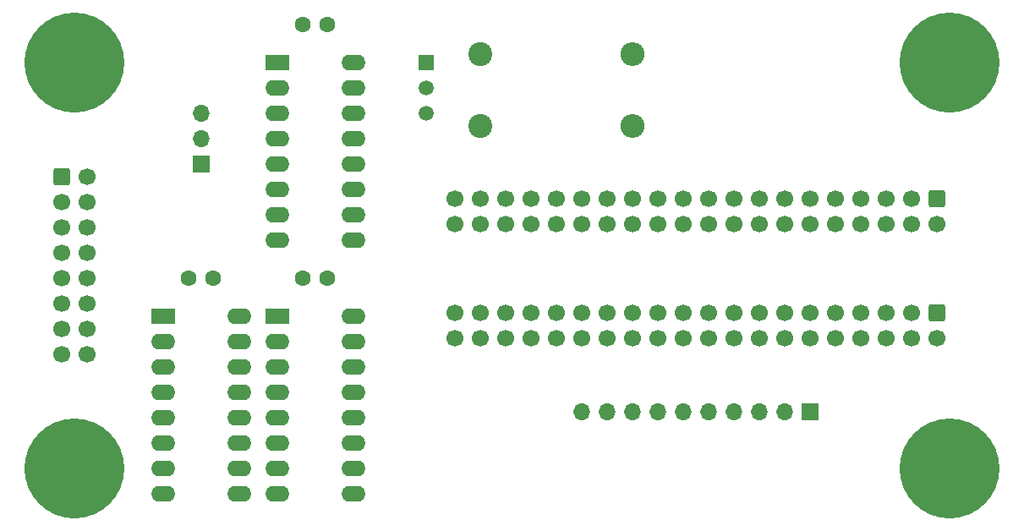
<source format=gbr>
%TF.GenerationSoftware,KiCad,Pcbnew,(6.0.6)*%
%TF.CreationDate,2022-08-14T19:07:44-04:00*%
%TF.ProjectId,button_presser,62757474-6f6e-45f7-9072-65737365722e,rev?*%
%TF.SameCoordinates,Original*%
%TF.FileFunction,Soldermask,Top*%
%TF.FilePolarity,Negative*%
%FSLAX46Y46*%
G04 Gerber Fmt 4.6, Leading zero omitted, Abs format (unit mm)*
G04 Created by KiCad (PCBNEW (6.0.6)) date 2022-08-14 19:07:44*
%MOMM*%
%LPD*%
G01*
G04 APERTURE LIST*
G04 Aperture macros list*
%AMRoundRect*
0 Rectangle with rounded corners*
0 $1 Rounding radius*
0 $2 $3 $4 $5 $6 $7 $8 $9 X,Y pos of 4 corners*
0 Add a 4 corners polygon primitive as box body*
4,1,4,$2,$3,$4,$5,$6,$7,$8,$9,$2,$3,0*
0 Add four circle primitives for the rounded corners*
1,1,$1+$1,$2,$3*
1,1,$1+$1,$4,$5*
1,1,$1+$1,$6,$7*
1,1,$1+$1,$8,$9*
0 Add four rect primitives between the rounded corners*
20,1,$1+$1,$2,$3,$4,$5,0*
20,1,$1+$1,$4,$5,$6,$7,0*
20,1,$1+$1,$6,$7,$8,$9,0*
20,1,$1+$1,$8,$9,$2,$3,0*%
G04 Aperture macros list end*
%ADD10R,2.400000X1.600000*%
%ADD11O,2.400000X1.600000*%
%ADD12C,0.900000*%
%ADD13C,10.000000*%
%ADD14RoundRect,0.250000X-0.600000X-0.600000X0.600000X-0.600000X0.600000X0.600000X-0.600000X0.600000X0*%
%ADD15C,1.700000*%
%ADD16C,2.400000*%
%ADD17O,2.400000X2.400000*%
%ADD18C,1.600000*%
%ADD19R,1.500000X1.500000*%
%ADD20C,1.500000*%
%ADD21R,1.700000X1.700000*%
%ADD22O,1.700000X1.700000*%
%ADD23RoundRect,0.250000X-0.600000X0.600000X-0.600000X-0.600000X0.600000X-0.600000X0.600000X0.600000X0*%
G04 APERTURE END LIST*
D10*
%TO.C,U3*%
X27940000Y-44450000D03*
D11*
X27940000Y-46990000D03*
X27940000Y-49530000D03*
X27940000Y-52070000D03*
X27940000Y-54610000D03*
X27940000Y-57150000D03*
X27940000Y-59690000D03*
X27940000Y-62230000D03*
X35560000Y-62230000D03*
X35560000Y-59690000D03*
X35560000Y-57150000D03*
X35560000Y-54610000D03*
X35560000Y-52070000D03*
X35560000Y-49530000D03*
X35560000Y-46990000D03*
X35560000Y-44450000D03*
%TD*%
D10*
%TO.C,U1*%
X39355000Y-19050000D03*
D11*
X39355000Y-21590000D03*
X39355000Y-24130000D03*
X39355000Y-26670000D03*
X39355000Y-29210000D03*
X39355000Y-31750000D03*
X39355000Y-34290000D03*
X39355000Y-36830000D03*
X46975000Y-36830000D03*
X46975000Y-34290000D03*
X46975000Y-31750000D03*
X46975000Y-29210000D03*
X46975000Y-26670000D03*
X46975000Y-24130000D03*
X46975000Y-21590000D03*
X46975000Y-19050000D03*
%TD*%
D12*
%TO.C,H2*%
X104028350Y-62341650D03*
X109331650Y-62341650D03*
X106680000Y-55940000D03*
X109331650Y-57038350D03*
X106680000Y-63440000D03*
X110430000Y-59690000D03*
D13*
X106680000Y-59690000D03*
D12*
X104028350Y-57038350D03*
X102930000Y-59690000D03*
%TD*%
D14*
%TO.C,J1*%
X17780000Y-30480000D03*
D15*
X20320000Y-30480000D03*
X17780000Y-33020000D03*
X20320000Y-33020000D03*
X17780000Y-35560000D03*
X20320000Y-35560000D03*
X17780000Y-38100000D03*
X20320000Y-38100000D03*
X17780000Y-40640000D03*
X20320000Y-40640000D03*
X17780000Y-43180000D03*
X20320000Y-43180000D03*
X17780000Y-45720000D03*
X20320000Y-45720000D03*
X17780000Y-48260000D03*
X20320000Y-48260000D03*
%TD*%
D16*
%TO.C,R2*%
X59690000Y-18211800D03*
D17*
X74930000Y-18211800D03*
%TD*%
D18*
%TO.C,C2*%
X41910000Y-40640000D03*
X44410000Y-40640000D03*
%TD*%
D19*
%TO.C,Q1*%
X54250000Y-19050000D03*
D20*
X54250000Y-21590000D03*
X54250000Y-24130000D03*
%TD*%
D21*
%TO.C,SW1*%
X31750000Y-29210000D03*
D22*
X31750000Y-26670000D03*
X31750000Y-24130000D03*
%TD*%
D18*
%TO.C,C3*%
X30480000Y-40640000D03*
X32980000Y-40640000D03*
%TD*%
D16*
%TO.C,R1*%
X59690000Y-25400000D03*
D17*
X74930000Y-25400000D03*
%TD*%
D23*
%TO.C,J4*%
X105410000Y-32660000D03*
D15*
X105410000Y-35200000D03*
X102870000Y-32660000D03*
X102870000Y-35200000D03*
X100330000Y-32660000D03*
X100330000Y-35200000D03*
X97790000Y-32660000D03*
X97790000Y-35200000D03*
X95250000Y-32660000D03*
X95250000Y-35200000D03*
X92710000Y-32660000D03*
X92710000Y-35200000D03*
X90170000Y-32660000D03*
X90170000Y-35200000D03*
X87630000Y-32660000D03*
X87630000Y-35200000D03*
X85090000Y-32660000D03*
X85090000Y-35200000D03*
X82550000Y-32660000D03*
X82550000Y-35200000D03*
X80010000Y-32660000D03*
X80010000Y-35200000D03*
X77470000Y-32660000D03*
X77470000Y-35200000D03*
X74930000Y-32660000D03*
X74930000Y-35200000D03*
X72390000Y-32660000D03*
X72390000Y-35200000D03*
X69850000Y-32660000D03*
X69850000Y-35200000D03*
X67310000Y-32660000D03*
X67310000Y-35200000D03*
X64770000Y-32660000D03*
X64770000Y-35200000D03*
X62230000Y-32660000D03*
X62230000Y-35200000D03*
X59690000Y-32660000D03*
X59690000Y-35200000D03*
X57150000Y-32660000D03*
X57150000Y-35200000D03*
%TD*%
D10*
%TO.C,U2*%
X39370000Y-44450000D03*
D11*
X39370000Y-46990000D03*
X39370000Y-49530000D03*
X39370000Y-52070000D03*
X39370000Y-54610000D03*
X39370000Y-57150000D03*
X39370000Y-59690000D03*
X39370000Y-62230000D03*
X46990000Y-62230000D03*
X46990000Y-59690000D03*
X46990000Y-57150000D03*
X46990000Y-54610000D03*
X46990000Y-52070000D03*
X46990000Y-49530000D03*
X46990000Y-46990000D03*
X46990000Y-44450000D03*
%TD*%
D18*
%TO.C,C1*%
X44410000Y-15240000D03*
X41910000Y-15240000D03*
%TD*%
D12*
%TO.C,H1*%
X106680000Y-22800000D03*
X102930000Y-19050000D03*
D13*
X106680000Y-19050000D03*
D12*
X106680000Y-15300000D03*
X104028350Y-21701650D03*
X110430000Y-19050000D03*
X104028350Y-16398350D03*
X109331650Y-16398350D03*
X109331650Y-21701650D03*
%TD*%
D21*
%TO.C,J3*%
X92710000Y-54045000D03*
D22*
X90170000Y-54045000D03*
X87630000Y-54045000D03*
X85090000Y-54045000D03*
X82550000Y-54045000D03*
X80010000Y-54045000D03*
X77470000Y-54045000D03*
X74930000Y-54045000D03*
X72390000Y-54045000D03*
X69850000Y-54045000D03*
%TD*%
D23*
%TO.C,J2*%
X105410000Y-44090000D03*
D15*
X105410000Y-46630000D03*
X102870000Y-44090000D03*
X102870000Y-46630000D03*
X100330000Y-44090000D03*
X100330000Y-46630000D03*
X97790000Y-44090000D03*
X97790000Y-46630000D03*
X95250000Y-44090000D03*
X95250000Y-46630000D03*
X92710000Y-44090000D03*
X92710000Y-46630000D03*
X90170000Y-44090000D03*
X90170000Y-46630000D03*
X87630000Y-44090000D03*
X87630000Y-46630000D03*
X85090000Y-44090000D03*
X85090000Y-46630000D03*
X82550000Y-44090000D03*
X82550000Y-46630000D03*
X80010000Y-44090000D03*
X80010000Y-46630000D03*
X77470000Y-44090000D03*
X77470000Y-46630000D03*
X74930000Y-44090000D03*
X74930000Y-46630000D03*
X72390000Y-44090000D03*
X72390000Y-46630000D03*
X69850000Y-44090000D03*
X69850000Y-46630000D03*
X67310000Y-44090000D03*
X67310000Y-46630000D03*
X64770000Y-44090000D03*
X64770000Y-46630000D03*
X62230000Y-44090000D03*
X62230000Y-46630000D03*
X59690000Y-44090000D03*
X59690000Y-46630000D03*
X57150000Y-44090000D03*
X57150000Y-46630000D03*
%TD*%
D12*
%TO.C,H3*%
X16398350Y-21701650D03*
D13*
X19050000Y-19050000D03*
D12*
X19050000Y-22800000D03*
X15300000Y-19050000D03*
X21701650Y-21701650D03*
X16398350Y-16398350D03*
X19050000Y-15300000D03*
X22800000Y-19050000D03*
X21701650Y-16398350D03*
%TD*%
%TO.C,H4*%
X22800000Y-59690000D03*
X21701650Y-62341650D03*
D13*
X19050000Y-59690000D03*
D12*
X16398350Y-62341650D03*
X21701650Y-57038350D03*
X16398350Y-57038350D03*
X19050000Y-55940000D03*
X19050000Y-63440000D03*
X15300000Y-59690000D03*
%TD*%
M02*

</source>
